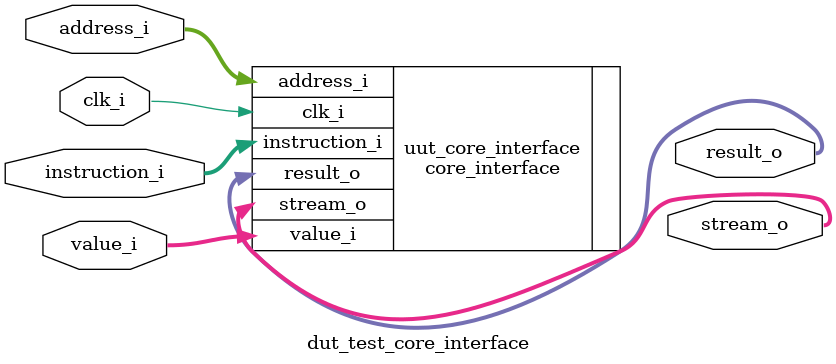
<source format=sv>
module dut_test_core_interface (
    input wire clk_i,
    input wire [7:0] instruction_i,
    input wire [23:0] address_i,
    input wire [31:0] value_i,
    output wire [31:0] result_o,
    output wire [31:0] stream_o
);

    `ifdef COCOTB_SIM
        initial begin
            $dumpfile ("dut_test_core_interface_waves.vcd");
            // https://stackoverflow.com/questions/37368155/what-does-unable-to-bind-wire-error-mean
            $dumpvars (0, uut_core_interface);
            #1;
        end
    `endif

    // parameters are known because the core interface instanciates an adder
    core_interface # (
        .TOTAL_INPUTS(2), .TOTAL_OUTPUTS(1), 
        .START_ADDRESS(0), .END_ADDRESS(2)
    ) uut_core_interface (
        .clk_i(clk_i), .instruction_i(instruction_i), .address_i(address_i),
        .value_i(value_i), .result_o(result_o), .stream_o(stream_o)
    );



endmodule
</source>
